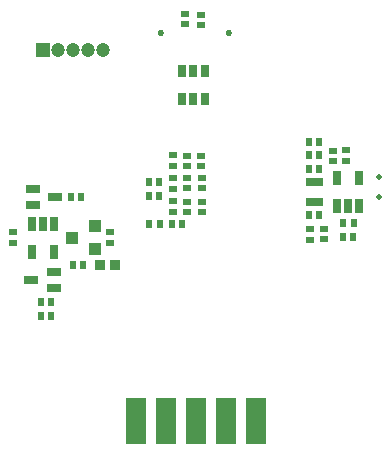
<source format=gbs>
G04*
G04 #@! TF.GenerationSoftware,Altium Limited,Altium Designer,24.4.1 (13)*
G04*
G04 Layer_Color=16711935*
%FSLAX44Y44*%
%MOMM*%
G71*
G04*
G04 #@! TF.SameCoordinates,5B9D864D-5E35-406A-883C-83798F26ABC7*
G04*
G04*
G04 #@! TF.FilePolarity,Negative*
G04*
G01*
G75*
%ADD40R,1.7272X4.0032*%
%ADD43R,0.6032X0.7032*%
%ADD44R,0.7032X0.6032*%
%ADD55C,1.2032*%
%ADD56R,1.2032X1.2032*%
%ADD57C,0.5032*%
%ADD58C,0.5282*%
%ADD74R,0.8032X1.1032*%
%ADD75R,1.2032X0.8032*%
%ADD76R,0.8032X1.2532*%
%ADD77R,0.5032X0.6782*%
%ADD78R,1.1032X1.0032*%
%ADD79R,0.9652X0.9652*%
D40*
X26670Y-3048D02*
D03*
X-49530D02*
D03*
X-24130D02*
D03*
X1270D02*
D03*
X52070D02*
D03*
D43*
X-130483Y85343D02*
D03*
X-121983D02*
D03*
X-121993Y97029D02*
D03*
X-130493D02*
D03*
X-104585Y186437D02*
D03*
X-96085D02*
D03*
X125549Y152399D02*
D03*
X134049D02*
D03*
X125549Y164083D02*
D03*
X134548Y164084D02*
D03*
X105601Y209803D02*
D03*
X97101D02*
D03*
X105591Y221489D02*
D03*
X96592Y221488D02*
D03*
X105591Y233173D02*
D03*
X96592Y233172D02*
D03*
X-29536Y163068D02*
D03*
X-38535Y163067D02*
D03*
X-19231D02*
D03*
X-10731D02*
D03*
X-38535Y186943D02*
D03*
X-30035D02*
D03*
X-38535Y198627D02*
D03*
X-30035D02*
D03*
X96977Y171319D02*
D03*
X105477D02*
D03*
X-94551Y129031D02*
D03*
X-103051D02*
D03*
D44*
X-8127Y340805D02*
D03*
Y332305D02*
D03*
X5081Y340551D02*
D03*
Y332051D02*
D03*
X-71629Y156391D02*
D03*
X-71628Y147392D02*
D03*
X-153417Y156391D02*
D03*
X-153416Y147392D02*
D03*
X-18288Y173808D02*
D03*
X-18289Y182807D02*
D03*
X-6095Y173809D02*
D03*
Y182309D02*
D03*
X6095Y182299D02*
D03*
Y173799D02*
D03*
X-18289Y202111D02*
D03*
X-18288Y193112D02*
D03*
X-6349Y202302D02*
D03*
Y193802D02*
D03*
X5841Y193792D02*
D03*
Y202292D02*
D03*
X97536Y158932D02*
D03*
X97537Y149933D02*
D03*
X109727Y158931D02*
D03*
Y150431D02*
D03*
X116841Y225489D02*
D03*
Y216989D02*
D03*
X128016Y225988D02*
D03*
X128017Y216989D02*
D03*
X-18543Y221415D02*
D03*
X-18542Y212416D02*
D03*
X-6603Y220917D02*
D03*
Y212417D02*
D03*
X5333Y212407D02*
D03*
Y220907D02*
D03*
D55*
X-77216Y310388D02*
D03*
X-89916D02*
D03*
X-102616D02*
D03*
X-115316D02*
D03*
D56*
X-128016D02*
D03*
D57*
X155956Y186436D02*
D03*
Y203436D02*
D03*
D58*
X-28900Y325120D02*
D03*
X28900D02*
D03*
D74*
X8484Y268924D02*
D03*
X-1016D02*
D03*
X-10516D02*
D03*
Y292924D02*
D03*
X-1016D02*
D03*
X8484D02*
D03*
D75*
X-118872Y108966D02*
D03*
Y122682D02*
D03*
X-138176Y115824D02*
D03*
X-117856Y186436D02*
D03*
X-137160Y179578D02*
D03*
Y193294D02*
D03*
D76*
X-137872Y139700D02*
D03*
X-118872D02*
D03*
Y163700D02*
D03*
X-128372D02*
D03*
X-137872D02*
D03*
X139548Y178500D02*
D03*
X130048D02*
D03*
X120548D02*
D03*
Y202500D02*
D03*
X139548D02*
D03*
D77*
X96419Y181865D02*
D03*
X101419D02*
D03*
X106419D02*
D03*
Y198625D02*
D03*
X101419D02*
D03*
X96419D02*
D03*
D78*
X-83980Y161392D02*
D03*
Y142392D02*
D03*
X-103980Y151892D02*
D03*
D79*
X-67161Y128525D02*
D03*
X-80161D02*
D03*
M02*

</source>
